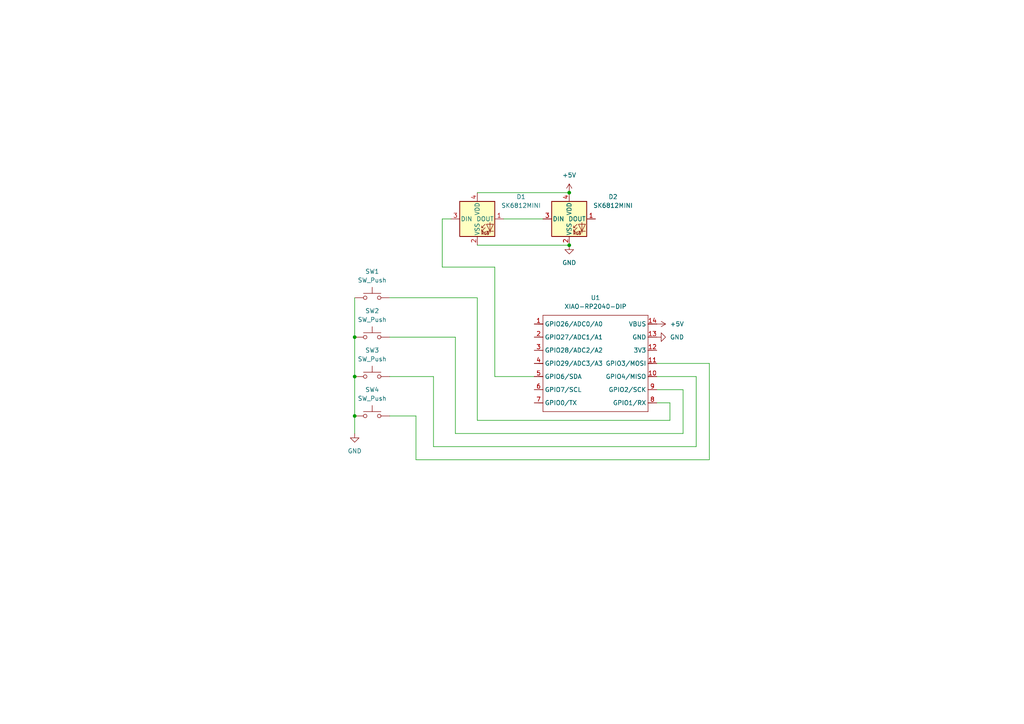
<source format=kicad_sch>
(kicad_sch (version 20250114) (generator "eeschema") (generator_version "9.0")
  (paper "A4")
  (lib_symbols
    (symbol "LED:SK6812MINI" (pin_names (offset 0.254))
      (property "Reference" "D" (at 5.08 5.715 0))
      (property "Value" "SK6812MINI" (at 1.27 -5.715 0))
      (symbol "SK6812MINI_0_0"
        (text "RGB" (at 2.286 -4.191 0) (effects (font (size 0.762 0.762))))
      )
      (symbol "SK6812MINI_0_1"
        (polyline (pts (xy 1.27 -2.54) (xy 1.778 -2.54)))
        (polyline (pts (xy 1.27 -3.556) (xy 1.778 -3.556)))
        (polyline (pts (xy 2.286 -1.524) (xy 1.27 -2.54) (xy 1.27 -2.032)))
        (polyline (pts (xy 2.286 -2.54) (xy 1.27 -3.556) (xy 1.27 -3.048)))
        (polyline (pts (xy 3.683 -1.016) (xy 3.683 -3.556) (xy 3.683 -4.064)))
        (polyline (pts (xy 4.699 -1.524) (xy 2.667 -1.524) (xy 3.683 -3.556) (xy 4.699 -1.524)))
        (polyline (pts (xy 4.699 -3.556) (xy 2.667 -3.556)))
        (rectangle (start 5.08 5.08) (end -5.08 -5.08) (stroke (width 0.254)) (fill (type background)))
      )
      (symbol "SK6812MINI_1_1"
        (pin input line (at -7.62 0 0) (length 2.54) (name "DIN") (number "3"))
        (pin power_in line (at 0 7.62 270) (length 2.54) (name "VDD") (number "4"))
        (pin power_in line (at 0 -7.62 90) (length 2.54) (name "VSS") (number "2"))
        (pin output line (at 7.62 0 180) (length 2.54) (name "DOUT") (number "1"))
      )
    )
    (symbol "OPL:XIAO-RP2040-DIP"
      (property "Reference" "U" (at 0 0 0))
      (property "Value" "XIAO-RP2040-DIP" (at 5.334 -1.778 0))
      (symbol "XIAO-RP2040-DIP_1_0"
        (polyline (pts (xy -1.27 -2.54) (xy 29.21 -2.54)) (stroke (width 0.1524)))
        (polyline (pts (xy -1.27 -5.08) (xy -2.54 -5.08)) (stroke (width 0.1524)))
        (polyline (pts (xy -1.27 -5.08) (xy -1.27 -2.54)) (stroke (width 0.1524)))
        (polyline (pts (xy -1.27 -8.89) (xy -2.54 -8.89)) (stroke (width 0.1524)))
        (polyline (pts (xy -1.27 -8.89) (xy -1.27 -5.08)) (stroke (width 0.1524)))
        (polyline (pts (xy -1.27 -12.7) (xy -2.54 -12.7)) (stroke (width 0.1524)))
        (polyline (pts (xy -1.27 -12.7) (xy -1.27 -8.89)) (stroke (width 0.1524)))
        (polyline (pts (xy -1.27 -16.51) (xy -2.54 -16.51)) (stroke (width 0.1524)))
        (polyline (pts (xy -1.27 -16.51) (xy -1.27 -12.7)) (stroke (width 0.1524)))
        (polyline (pts (xy -1.27 -20.32) (xy -2.54 -20.32)) (stroke (width 0.1524)))
        (polyline (pts (xy -1.27 -24.13) (xy -2.54 -24.13)) (stroke (width 0.1524)))
        (polyline (pts (xy -1.27 -27.94) (xy -2.54 -27.94)) (stroke (width 0.1524)))
        (polyline (pts (xy -1.27 -30.48) (xy -1.27 -16.51)) (stroke (width 0.1524)))
        (polyline (pts (xy 29.21 -2.54) (xy 29.21 -5.08)) (stroke (width 0.1524)))
        (polyline (pts (xy 29.21 -5.08) (xy 29.21 -8.89)) (stroke (width 0.1524)))
        (polyline (pts (xy 29.21 -8.89) (xy 29.21 -12.7)) (stroke (width 0.1524)))
        (polyline (pts (xy 29.21 -12.7) (xy 29.21 -30.48)) (stroke (width 0.1524)))
        (polyline (pts (xy 29.21 -30.48) (xy -1.27 -30.48)) (stroke (width 0.1524)))
        (polyline (pts (xy 30.48 -5.08) (xy 29.21 -5.08)) (stroke (width 0.1524)))
        (polyline (pts (xy 30.48 -8.89) (xy 29.21 -8.89)) (stroke (width 0.1524)))
        (polyline (pts (xy 30.48 -12.7) (xy 29.21 -12.7)) (stroke (width 0.1524)))
        (polyline (pts (xy 30.48 -16.51) (xy 29.21 -16.51)) (stroke (width 0.1524)))
        (polyline (pts (xy 30.48 -20.32) (xy 29.21 -20.32)) (stroke (width 0.1524)))
        (polyline (pts (xy 30.48 -24.13) (xy 29.21 -24.13)) (stroke (width 0.1524)))
        (polyline (pts (xy 30.48 -27.94) (xy 29.21 -27.94)) (stroke (width 0.1524)))
        (pin passive line (at -3.81 -5.08 0) (length 2.54) (name "GPIO26/ADC0/A0") (number "1"))
        (pin passive line (at -3.81 -8.89 0) (length 2.54) (name "GPIO27/ADC1/A1") (number "2"))
        (pin passive line (at -3.81 -12.7 0) (length 2.54) (name "GPIO28/ADC2/A2") (number "3"))
        (pin passive line (at -3.81 -16.51 0) (length 2.54) (name "GPIO29/ADC3/A3") (number "4"))
        (pin passive line (at -3.81 -20.32 0) (length 2.54) (name "GPIO6/SDA") (number "5"))
        (pin passive line (at -3.81 -24.13 0) (length 2.54) (name "GPIO7/SCL") (number "6"))
        (pin passive line (at -3.81 -27.94 0) (length 2.54) (name "GPIO0/TX") (number "7"))
        (pin passive line (at 31.75 -5.08 180) (length 2.54) (name "VBUS") (number "14"))
        (pin passive line (at 31.75 -8.89 180) (length 2.54) (name "GND") (number "13"))
        (pin passive line (at 31.75 -12.7 180) (length 2.54) (name "3V3") (number "12"))
        (pin passive line (at 31.75 -16.51 180) (length 2.54) (name "GPIO3/MOSI") (number "11"))
        (pin passive line (at 31.75 -20.32 180) (length 2.54) (name "GPIO4/MISO") (number "10"))
        (pin passive line (at 31.75 -24.13 180) (length 2.54) (name "GPIO2/SCK") (number "9"))
        (pin passive line (at 31.75 -27.94 180) (length 2.54) (name "GPIO1/RX") (number "8"))
      )
    )
    (symbol "Switch:SW_Push" (pin_numbers (hide yes)) (pin_names (offset 1.016) (hide yes))
      (property "Reference" "SW" (at 1.27 2.54 0))
      (property "Value" "SW_Push" (at 0 -1.524 0))
      (symbol "SW_Push_0_1"
        (circle (center -2.032 0) (radius 0.508))
        (polyline (pts (xy 0 1.27) (xy 0 3.048)))
        (circle (center 2.032 0) (radius 0.508))
        (polyline (pts (xy 2.54 1.27) (xy -2.54 1.27)))
        (pin passive line (at -5.08 0 0) (length 2.54) (name "1") (number "1"))
        (pin passive line (at 5.08 0 180) (length 2.54) (name "2") (number "2"))
      )
    )
    (symbol "power:+5V" (power) (pin_numbers (hide yes)) (pin_names (offset 0) (hide yes))
      (property "Value" "+5V" (at 0 3.556 0))
      (symbol "+5V_0_1"
        (polyline (pts (xy -0.762 1.27) (xy 0 2.54)))
        (polyline (pts (xy 0 2.54) (xy 0.762 1.27)))
        (polyline (pts (xy 0 0) (xy 0 2.54)))
      )
      (symbol "+5V_1_1"
        (pin power_in line (at 0 0 90) (length 0) (name "~") (number "1"))
      )
    )
    (symbol "power:GND" (power) (pin_numbers (hide yes)) (pin_names (offset 0) (hide yes))
      (property "Value" "GND" (at 0 -3.81 0))
      (symbol "GND_0_1"
        (polyline (pts (xy 0 0) (xy 0 -1.27) (xy 1.27 -1.27) (xy 0 -2.54) (xy -1.27 -1.27) (xy 0 -1.27)))
      )
      (symbol "GND_1_1"
        (pin power_in line (at 0 0 270) (length 0) (name "~") (number "1"))
      )
    )
  )
  (junction (at 165.1 55.88))
  (junction (at 102.87 120.65))
  (junction (at 102.87 109.22))
  (junction (at 165.1 71.12))
  (junction (at 102.87 97.79))
  (wire (pts (xy 198.12 113.03) (xy 190.5 113.03)))
  (wire (pts (xy 138.43 55.88) (xy 165.1 55.88)))
  (wire (pts (xy 138.43 71.12) (xy 165.1 71.12)))
  (wire (pts (xy 201.93 109.22) (xy 190.5 109.22)))
  (wire (pts (xy 201.93 129.54) (xy 201.93 109.22)))
  (wire (pts (xy 102.87 86.36) (xy 102.87 97.79)))
  (wire (pts (xy 120.65 120.65) (xy 120.65 133.35)))
  (wire (pts (xy 120.65 133.35) (xy 205.74 133.35)))
  (wire (pts (xy 143.51 77.47) (xy 128.27 77.47)))
  (wire (pts (xy 113.03 109.22) (xy 125.73 109.22)))
  (wire (pts (xy 205.74 105.41) (xy 190.5 105.41)))
  (wire (pts (xy 194.31 121.92) (xy 194.31 116.84)))
  (wire (pts (xy 102.87 97.79) (xy 102.87 109.22)))
  (wire (pts (xy 138.43 121.92) (xy 194.31 121.92)))
  (wire (pts (xy 125.73 109.22) (xy 125.73 129.54)))
  (wire (pts (xy 128.27 77.47) (xy 128.27 63.5)))
  (wire (pts (xy 113.03 120.65) (xy 120.65 120.65)))
  (wire (pts (xy 138.43 86.36) (xy 138.43 121.92)))
  (wire (pts (xy 194.31 116.84) (xy 190.5 116.84)))
  (wire (pts (xy 205.74 133.35) (xy 205.74 105.41)))
  (wire (pts (xy 198.12 125.73) (xy 198.12 113.03)))
  (wire (pts (xy 128.27 63.5) (xy 130.81 63.5)))
  (wire (pts (xy 132.08 125.73) (xy 198.12 125.73)))
  (wire (pts (xy 143.51 109.22) (xy 143.51 77.47)))
  (wire (pts (xy 132.08 97.79) (xy 132.08 125.73)))
  (wire (pts (xy 102.87 120.65) (xy 102.87 125.73)))
  (wire (pts (xy 102.87 109.22) (xy 102.87 120.65)))
  (wire (pts (xy 113.03 86.36) (xy 138.43 86.36)))
  (wire (pts (xy 113.03 97.79) (xy 132.08 97.79)))
  (wire (pts (xy 154.94 109.22) (xy 143.51 109.22)))
  (wire (pts (xy 146.05 63.5) (xy 157.48 63.5)))
  (wire (pts (xy 125.73 129.54) (xy 201.93 129.54)))
  (symbol (lib_id "power:+5V") (at 165.1 55.88 0) (unit 1)
    (property "Reference" "#PWR02" (effects (hide yes)))
    (property "Value" "+5V" (at 165.1 50.8 0))
    (property "Description" "Power symbol creates a global label with name \"+5V\"" (effects (hide yes)))
  )
  (symbol (lib_id "OPL:XIAO-RP2040-DIP") (at 158.75 88.9 0) (unit 1)
    (property "Reference" "U1" (at 172.72 86.36 0))
    (property "Value" "XIAO-RP2040-DIP" (at 172.72 88.9 0))
    (property "Footprint" "OPL:XIAO-RP2040-DIP" (effects (hide yes)))
  )
  (symbol (lib_id "LED:SK6812MINI") (at 138.43 63.5 0) (unit 1)
    (property "Reference" "D1" (at 151.13 57.0798 0))
    (property "Value" "SK6812MINI" (at 151.13 59.6198 0))
    (property "Footprint" "LED_SMD:LED_SK6812MINI_PLCC4_3.5x3.5mm_P1.75mm" (effects (hide yes)))
    (property "Datasheet" "https://cdn-shop.adafruit.com/product-files/2686/SK6812MINI_REV.01-1-2.pdf" (effects (hide yes)))
    (property "Description" "RGB LED with integrated controller" (effects (hide yes)))
  )
  (symbol (lib_id "Switch:SW_Push") (at 107.95 97.79 0) (unit 1)
    (property "Reference" "SW2" (at 107.95 90.17 0))
    (property "Value" "SW_Push" (at 107.95 92.71 0))
    (property "Footprint" "Button_Switch_Keyboard:SW_Cherry_MX_1.00u_PCB" (effects (hide yes)))
    (property "Description" "Push button switch, generic, two pins" (effects (hide yes)))
  )
  (symbol (lib_id "power:GND") (at 102.87 125.73 0) (unit 1)
    (property "Reference" "#PWR01" (effects (hide yes)))
    (property "Value" "GND" (at 102.87 130.81 0))
    (property "Description" "Power symbol creates a global label with name \"GND\" , ground" (effects (hide yes)))
  )
  (symbol (lib_id "Switch:SW_Push") (at 107.95 109.22 0) (unit 1)
    (property "Reference" "SW3" (at 107.95 101.6 0))
    (property "Value" "SW_Push" (at 107.95 104.14 0))
    (property "Footprint" "Button_Switch_Keyboard:SW_Cherry_MX_1.00u_PCB" (effects (hide yes)))
    (property "Description" "Push button switch, generic, two pins" (effects (hide yes)))
  )
  (symbol (lib_id "power:GND") (at 165.1 71.12 0) (unit 1)
    (property "Reference" "#PWR04" (effects (hide yes)))
    (property "Value" "GND" (at 165.1 76.2 0))
    (property "Description" "Power symbol creates a global label with name \"GND\" , ground" (effects (hide yes)))
  )
  (symbol (lib_id "LED:SK6812MINI") (at 165.1 63.5 0) (unit 1)
    (property "Reference" "D2" (at 177.8 57.0798 0))
    (property "Value" "SK6812MINI" (at 177.8 59.6198 0))
    (property "Footprint" "LED_SMD:LED_SK6812MINI_PLCC4_3.5x3.5mm_P1.75mm" (effects (hide yes)))
    (property "Datasheet" "https://cdn-shop.adafruit.com/product-files/2686/SK6812MINI_REV.01-1-2.pdf" (effects (hide yes)))
    (property "Description" "RGB LED with integrated controller" (effects (hide yes)))
  )
  (symbol (lib_id "Switch:SW_Push") (at 107.95 120.65 0) (unit 1)
    (property "Reference" "SW4" (at 107.95 113.03 0))
    (property "Value" "SW_Push" (at 107.95 115.57 0))
    (property "Footprint" "Button_Switch_Keyboard:SW_Cherry_MX_1.00u_PCB" (effects (hide yes)))
    (property "Description" "Push button switch, generic, two pins" (effects (hide yes)))
  )
  (symbol (lib_id "power:+5V") (at 190.5 93.98 270) (unit 1)
    (property "Reference" "#PWR03" (effects (hide yes)))
    (property "Value" "+5V" (at 194.31 93.9799 90) (effects (justify left)))
    (property "Description" "Power symbol creates a global label with name \"+5V\"" (effects (hide yes)))
  )
  (symbol (lib_id "Switch:SW_Push") (at 107.95 86.36 0) (unit 1)
    (property "Reference" "SW1" (at 107.95 78.74 0))
    (property "Value" "SW_Push" (at 107.95 81.28 0))
    (property "Footprint" "Button_Switch_Keyboard:SW_Cherry_MX_1.00u_PCB" (effects (hide yes)))
    (property "Description" "Push button switch, generic, two pins" (effects (hide yes)))
  )
  (symbol (lib_id "power:GND") (at 190.5 97.79 90) (unit 1)
    (property "Reference" "#PWR05" (effects (hide yes)))
    (property "Value" "GND" (at 194.31 97.7899 90) (effects (justify right)))
    (property "Description" "Power symbol creates a global label with name \"GND\" , ground" (effects (hide yes)))
  )
)
</source>
